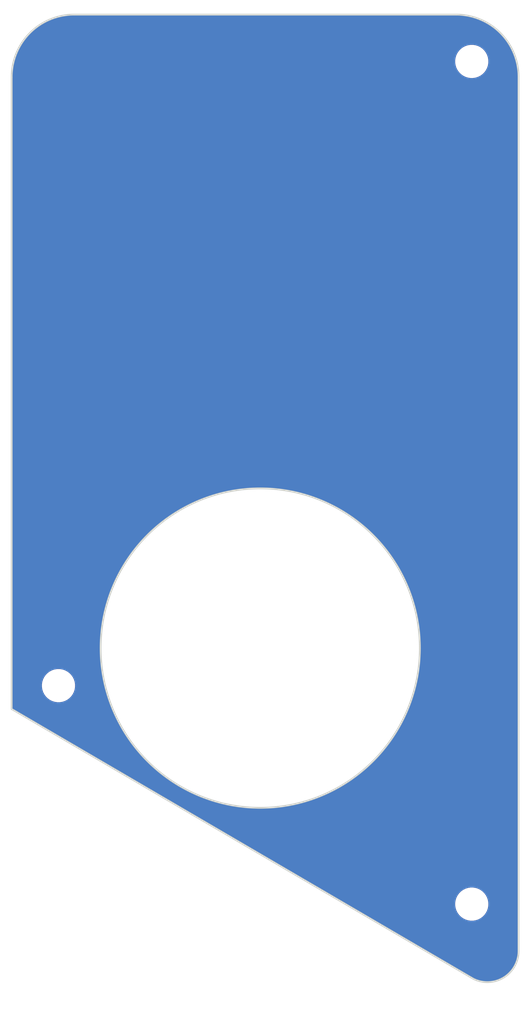
<source format=kicad_pcb>
(kicad_pcb (version 20240108) (generator "pcbnew") (generator_version "8.0")
  (layers (0 "F.Cu" signal) (31 "B.Cu" signal) (34 "B.Paste" user) (35 "F.Paste" user) (36 "B.SilkS" user "B.Silkscreen") (37 "F.SilkS" user "F.Silkscreen") (38 "B.Mask" user) (39 "F.Mask" user) (44 "Edge.Cuts" user))
  (net 0 "")
  (footprint "MountingHole:MountingHole_2.2mm_M2" (layer "F.Cu") (at 166.687629 84.375649)
    (property "Reference" "J4" (hide yes))
    (property "Value" "Conn_01x01")
    (pad "" np_thru_hole circle (at 0 0) (size 2.2 2.2) (drill 2.2) (layers "F&B.Cu" "*.Mask"))
  )
  (footprint "MountingHole:MountingHole_2.2mm_M2" (layer "F.Cu") (at 200.34263 33.575649)
    (property "Reference" "J5" (hide yes))
    (property "Value" "Conn_01x01")
    (pad "" np_thru_hole circle (at 0 0) (size 2.2 2.2) (drill 2.2) (layers "F&B.Cu" "*.Mask"))
  )
  (footprint "MountingHole:MountingHole_2.2mm_M2" (layer "F.Cu") (at 200.342629 102.15565)
    (property "Reference" "J3" (hide yes))
    (property "Value" "Conn_01x01")
    (pad "" np_thru_hole circle (at 0 0) (size 2.2 2.2) (drill 2.2) (layers "F&B.Cu" "*.Mask"))
  )
  (gr_circle (center 183.118367 81.319804) (end 196.118365 81.319804) (stroke (width 0.15)) (fill none) (layer "Edge.Cuts"))
  (gr_arc (start 204.152627 105.96565) (mid 202.947964 108.12627) (end 200.476705 108.237494) (stroke (width 0.15)) (layer "Edge.Cuts"))
  (gr_line (start 204.152627 34.845649) (end 204.152627 105.96565) (stroke (width 0.15)) (layer "Edge.Cuts"))
  (gr_line (start 162.87763 34.845651) (end 162.877631 86.280649) (stroke (width 0.15)) (layer "Edge.Cuts"))
  (gr_arc (start 162.87763 34.845651) (mid 164.365515 31.253536) (end 167.95763 29.765651) (stroke (width 0.15)) (layer "Edge.Cuts"))
  (gr_line (start 200.476705 108.237494) (end 162.877631 86.280649) (stroke (width 0.15)) (layer "Edge.Cuts"))
  (gr_line (start 167.95763 29.765651) (end 199.072627 29.765649) (stroke (width 0.15)) (layer "Edge.Cuts"))
  (gr_arc (start 199.072627 29.765649) (mid 202.664672 31.253605) (end 204.152627 34.845649) (stroke (width 0.15)) (layer "Edge.Cuts"))
  (zone (net 0) (net_name "") (layers "F&B.Cu") (connect_pads (clearance 0.5)) (min_thickness 0.25) (fill yes (thermal_gap 0.5) (thermal_bridge_width 0.5) (island_removal_mode 1) (island_area_min 10))
    (polygon (pts (xy 161.925 28.575) (xy 161.925 86.915625) (xy 204.7875 111.91875) (xy 204.7875 28.575)))
  )
)
</source>
